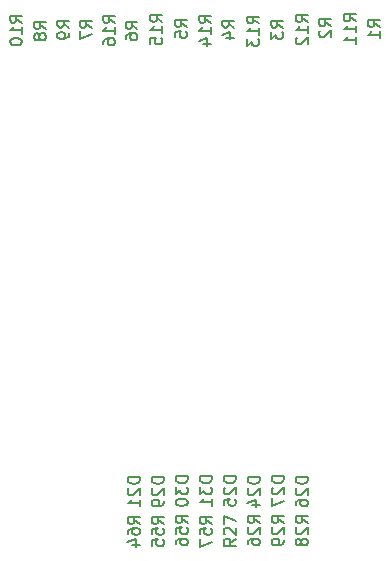
<source format=gbr>
G04 #@! TF.GenerationSoftware,KiCad,Pcbnew,5.99.0-unknown-c3175b4~86~ubuntu16.04.1*
G04 #@! TF.CreationDate,2019-12-02T17:49:07+01:00*
G04 #@! TF.ProjectId,OpenPLC,4f70656e-504c-4432-9e6b-696361645f70,0.01*
G04 #@! TF.SameCoordinates,Original*
G04 #@! TF.FileFunction,Paste,Bot*
G04 #@! TF.FilePolarity,Positive*
%FSLAX46Y46*%
G04 Gerber Fmt 4.6, Leading zero omitted, Abs format (unit mm)*
G04 Created by KiCad (PCBNEW 5.99.0-unknown-c3175b4~86~ubuntu16.04.1) date 2019-12-02 17:49:07*
%MOMM*%
%LPD*%
G04 APERTURE LIST*
%ADD10C,0.150000*%
G04 APERTURE END LIST*
D10*
X182443380Y-117914214D02*
X181443380Y-117914214D01*
X181443380Y-118152309D01*
X181491000Y-118295166D01*
X181586238Y-118390404D01*
X181681476Y-118438023D01*
X181871952Y-118485642D01*
X182014809Y-118485642D01*
X182205285Y-118438023D01*
X182300523Y-118390404D01*
X182395761Y-118295166D01*
X182443380Y-118152309D01*
X182443380Y-117914214D01*
X181443380Y-118818976D02*
X181443380Y-119438023D01*
X181824333Y-119104690D01*
X181824333Y-119247547D01*
X181871952Y-119342785D01*
X181919571Y-119390404D01*
X182014809Y-119438023D01*
X182252904Y-119438023D01*
X182348142Y-119390404D01*
X182395761Y-119342785D01*
X182443380Y-119247547D01*
X182443380Y-118961833D01*
X182395761Y-118866595D01*
X182348142Y-118818976D01*
X182443380Y-120390404D02*
X182443380Y-119818976D01*
X182443380Y-120104690D02*
X181443380Y-120104690D01*
X181586238Y-120009452D01*
X181681476Y-119914214D01*
X181729095Y-119818976D01*
X180411380Y-117911714D02*
X179411380Y-117911714D01*
X179411380Y-118149809D01*
X179459000Y-118292666D01*
X179554238Y-118387904D01*
X179649476Y-118435523D01*
X179839952Y-118483142D01*
X179982809Y-118483142D01*
X180173285Y-118435523D01*
X180268523Y-118387904D01*
X180363761Y-118292666D01*
X180411380Y-118149809D01*
X180411380Y-117911714D01*
X179411380Y-118816476D02*
X179411380Y-119435523D01*
X179792333Y-119102190D01*
X179792333Y-119245047D01*
X179839952Y-119340285D01*
X179887571Y-119387904D01*
X179982809Y-119435523D01*
X180220904Y-119435523D01*
X180316142Y-119387904D01*
X180363761Y-119340285D01*
X180411380Y-119245047D01*
X180411380Y-118959333D01*
X180363761Y-118864095D01*
X180316142Y-118816476D01*
X179411380Y-120054571D02*
X179411380Y-120149809D01*
X179459000Y-120245047D01*
X179506619Y-120292666D01*
X179601857Y-120340285D01*
X179792333Y-120387904D01*
X180030428Y-120387904D01*
X180220904Y-120340285D01*
X180316142Y-120292666D01*
X180363761Y-120245047D01*
X180411380Y-120149809D01*
X180411380Y-120054571D01*
X180363761Y-119959333D01*
X180316142Y-119911714D01*
X180220904Y-119864095D01*
X180030428Y-119816476D01*
X179792333Y-119816476D01*
X179601857Y-119864095D01*
X179506619Y-119911714D01*
X179459000Y-119959333D01*
X179411380Y-120054571D01*
X178379380Y-117977714D02*
X177379380Y-117977714D01*
X177379380Y-118215809D01*
X177427000Y-118358666D01*
X177522238Y-118453904D01*
X177617476Y-118501523D01*
X177807952Y-118549142D01*
X177950809Y-118549142D01*
X178141285Y-118501523D01*
X178236523Y-118453904D01*
X178331761Y-118358666D01*
X178379380Y-118215809D01*
X178379380Y-117977714D01*
X177474619Y-118930095D02*
X177427000Y-118977714D01*
X177379380Y-119072952D01*
X177379380Y-119311047D01*
X177427000Y-119406285D01*
X177474619Y-119453904D01*
X177569857Y-119501523D01*
X177665095Y-119501523D01*
X177807952Y-119453904D01*
X178379380Y-118882476D01*
X178379380Y-119501523D01*
X178379380Y-119977714D02*
X178379380Y-120168190D01*
X178331761Y-120263428D01*
X178284142Y-120311047D01*
X178141285Y-120406285D01*
X177950809Y-120453904D01*
X177569857Y-120453904D01*
X177474619Y-120406285D01*
X177427000Y-120358666D01*
X177379380Y-120263428D01*
X177379380Y-120072952D01*
X177427000Y-119977714D01*
X177474619Y-119930095D01*
X177569857Y-119882476D01*
X177807952Y-119882476D01*
X177903190Y-119930095D01*
X177950809Y-119977714D01*
X177998428Y-120072952D01*
X177998428Y-120263428D01*
X177950809Y-120358666D01*
X177903190Y-120406285D01*
X177807952Y-120453904D01*
X188539380Y-117916714D02*
X187539380Y-117916714D01*
X187539380Y-118154809D01*
X187587000Y-118297666D01*
X187682238Y-118392904D01*
X187777476Y-118440523D01*
X187967952Y-118488142D01*
X188110809Y-118488142D01*
X188301285Y-118440523D01*
X188396523Y-118392904D01*
X188491761Y-118297666D01*
X188539380Y-118154809D01*
X188539380Y-117916714D01*
X187634619Y-118869095D02*
X187587000Y-118916714D01*
X187539380Y-119011952D01*
X187539380Y-119250047D01*
X187587000Y-119345285D01*
X187634619Y-119392904D01*
X187729857Y-119440523D01*
X187825095Y-119440523D01*
X187967952Y-119392904D01*
X188539380Y-118821476D01*
X188539380Y-119440523D01*
X187539380Y-119773857D02*
X187539380Y-120440523D01*
X188539380Y-120011952D01*
X190571380Y-117975214D02*
X189571380Y-117975214D01*
X189571380Y-118213309D01*
X189619000Y-118356166D01*
X189714238Y-118451404D01*
X189809476Y-118499023D01*
X189999952Y-118546642D01*
X190142809Y-118546642D01*
X190333285Y-118499023D01*
X190428523Y-118451404D01*
X190523761Y-118356166D01*
X190571380Y-118213309D01*
X190571380Y-117975214D01*
X189666619Y-118927595D02*
X189619000Y-118975214D01*
X189571380Y-119070452D01*
X189571380Y-119308547D01*
X189619000Y-119403785D01*
X189666619Y-119451404D01*
X189761857Y-119499023D01*
X189857095Y-119499023D01*
X189999952Y-119451404D01*
X190571380Y-118879976D01*
X190571380Y-119499023D01*
X189571380Y-120356166D02*
X189571380Y-120165690D01*
X189619000Y-120070452D01*
X189666619Y-120022833D01*
X189809476Y-119927595D01*
X189999952Y-119879976D01*
X190380904Y-119879976D01*
X190476142Y-119927595D01*
X190523761Y-119975214D01*
X190571380Y-120070452D01*
X190571380Y-120260928D01*
X190523761Y-120356166D01*
X190476142Y-120403785D01*
X190380904Y-120451404D01*
X190142809Y-120451404D01*
X190047571Y-120403785D01*
X189999952Y-120356166D01*
X189952333Y-120260928D01*
X189952333Y-120070452D01*
X189999952Y-119975214D01*
X190047571Y-119927595D01*
X190142809Y-119879976D01*
X184475380Y-117914214D02*
X183475380Y-117914214D01*
X183475380Y-118152309D01*
X183523000Y-118295166D01*
X183618238Y-118390404D01*
X183713476Y-118438023D01*
X183903952Y-118485642D01*
X184046809Y-118485642D01*
X184237285Y-118438023D01*
X184332523Y-118390404D01*
X184427761Y-118295166D01*
X184475380Y-118152309D01*
X184475380Y-117914214D01*
X183570619Y-118866595D02*
X183523000Y-118914214D01*
X183475380Y-119009452D01*
X183475380Y-119247547D01*
X183523000Y-119342785D01*
X183570619Y-119390404D01*
X183665857Y-119438023D01*
X183761095Y-119438023D01*
X183903952Y-119390404D01*
X184475380Y-118818976D01*
X184475380Y-119438023D01*
X183475380Y-120342785D02*
X183475380Y-119866595D01*
X183951571Y-119818976D01*
X183903952Y-119866595D01*
X183856333Y-119961833D01*
X183856333Y-120199928D01*
X183903952Y-120295166D01*
X183951571Y-120342785D01*
X184046809Y-120390404D01*
X184284904Y-120390404D01*
X184380142Y-120342785D01*
X184427761Y-120295166D01*
X184475380Y-120199928D01*
X184475380Y-119961833D01*
X184427761Y-119866595D01*
X184380142Y-119818976D01*
X186507380Y-117977714D02*
X185507380Y-117977714D01*
X185507380Y-118215809D01*
X185555000Y-118358666D01*
X185650238Y-118453904D01*
X185745476Y-118501523D01*
X185935952Y-118549142D01*
X186078809Y-118549142D01*
X186269285Y-118501523D01*
X186364523Y-118453904D01*
X186459761Y-118358666D01*
X186507380Y-118215809D01*
X186507380Y-117977714D01*
X185602619Y-118930095D02*
X185555000Y-118977714D01*
X185507380Y-119072952D01*
X185507380Y-119311047D01*
X185555000Y-119406285D01*
X185602619Y-119453904D01*
X185697857Y-119501523D01*
X185793095Y-119501523D01*
X185935952Y-119453904D01*
X186507380Y-118882476D01*
X186507380Y-119501523D01*
X185840714Y-120358666D02*
X186507380Y-120358666D01*
X185459761Y-120120571D02*
X186174047Y-119882476D01*
X186174047Y-120501523D01*
X176347380Y-117975214D02*
X175347380Y-117975214D01*
X175347380Y-118213309D01*
X175395000Y-118356166D01*
X175490238Y-118451404D01*
X175585476Y-118499023D01*
X175775952Y-118546642D01*
X175918809Y-118546642D01*
X176109285Y-118499023D01*
X176204523Y-118451404D01*
X176299761Y-118356166D01*
X176347380Y-118213309D01*
X176347380Y-117975214D01*
X175442619Y-118927595D02*
X175395000Y-118975214D01*
X175347380Y-119070452D01*
X175347380Y-119308547D01*
X175395000Y-119403785D01*
X175442619Y-119451404D01*
X175537857Y-119499023D01*
X175633095Y-119499023D01*
X175775952Y-119451404D01*
X176347380Y-118879976D01*
X176347380Y-119499023D01*
X176347380Y-120451404D02*
X176347380Y-119879976D01*
X176347380Y-120165690D02*
X175347380Y-120165690D01*
X175490238Y-120070452D01*
X175585476Y-119975214D01*
X175633095Y-119879976D01*
X176347380Y-121914642D02*
X175871190Y-121581309D01*
X176347380Y-121343214D02*
X175347380Y-121343214D01*
X175347380Y-121724166D01*
X175395000Y-121819404D01*
X175442619Y-121867023D01*
X175537857Y-121914642D01*
X175680714Y-121914642D01*
X175775952Y-121867023D01*
X175823571Y-121819404D01*
X175871190Y-121724166D01*
X175871190Y-121343214D01*
X175347380Y-122771785D02*
X175347380Y-122581309D01*
X175395000Y-122486071D01*
X175442619Y-122438452D01*
X175585476Y-122343214D01*
X175775952Y-122295595D01*
X176156904Y-122295595D01*
X176252142Y-122343214D01*
X176299761Y-122390833D01*
X176347380Y-122486071D01*
X176347380Y-122676547D01*
X176299761Y-122771785D01*
X176252142Y-122819404D01*
X176156904Y-122867023D01*
X175918809Y-122867023D01*
X175823571Y-122819404D01*
X175775952Y-122771785D01*
X175728333Y-122676547D01*
X175728333Y-122486071D01*
X175775952Y-122390833D01*
X175823571Y-122343214D01*
X175918809Y-122295595D01*
X175680714Y-123724166D02*
X176347380Y-123724166D01*
X175299761Y-123486071D02*
X176014047Y-123247976D01*
X176014047Y-123867023D01*
X182443380Y-121914642D02*
X181967190Y-121581309D01*
X182443380Y-121343214D02*
X181443380Y-121343214D01*
X181443380Y-121724166D01*
X181491000Y-121819404D01*
X181538619Y-121867023D01*
X181633857Y-121914642D01*
X181776714Y-121914642D01*
X181871952Y-121867023D01*
X181919571Y-121819404D01*
X181967190Y-121724166D01*
X181967190Y-121343214D01*
X181443380Y-122819404D02*
X181443380Y-122343214D01*
X181919571Y-122295595D01*
X181871952Y-122343214D01*
X181824333Y-122438452D01*
X181824333Y-122676547D01*
X181871952Y-122771785D01*
X181919571Y-122819404D01*
X182014809Y-122867023D01*
X182252904Y-122867023D01*
X182348142Y-122819404D01*
X182395761Y-122771785D01*
X182443380Y-122676547D01*
X182443380Y-122438452D01*
X182395761Y-122343214D01*
X182348142Y-122295595D01*
X181443380Y-123200357D02*
X181443380Y-123867023D01*
X182443380Y-123438452D01*
X180411380Y-121851142D02*
X179935190Y-121517809D01*
X180411380Y-121279714D02*
X179411380Y-121279714D01*
X179411380Y-121660666D01*
X179459000Y-121755904D01*
X179506619Y-121803523D01*
X179601857Y-121851142D01*
X179744714Y-121851142D01*
X179839952Y-121803523D01*
X179887571Y-121755904D01*
X179935190Y-121660666D01*
X179935190Y-121279714D01*
X179411380Y-122755904D02*
X179411380Y-122279714D01*
X179887571Y-122232095D01*
X179839952Y-122279714D01*
X179792333Y-122374952D01*
X179792333Y-122613047D01*
X179839952Y-122708285D01*
X179887571Y-122755904D01*
X179982809Y-122803523D01*
X180220904Y-122803523D01*
X180316142Y-122755904D01*
X180363761Y-122708285D01*
X180411380Y-122613047D01*
X180411380Y-122374952D01*
X180363761Y-122279714D01*
X180316142Y-122232095D01*
X179411380Y-123660666D02*
X179411380Y-123470190D01*
X179459000Y-123374952D01*
X179506619Y-123327333D01*
X179649476Y-123232095D01*
X179839952Y-123184476D01*
X180220904Y-123184476D01*
X180316142Y-123232095D01*
X180363761Y-123279714D01*
X180411380Y-123374952D01*
X180411380Y-123565428D01*
X180363761Y-123660666D01*
X180316142Y-123708285D01*
X180220904Y-123755904D01*
X179982809Y-123755904D01*
X179887571Y-123708285D01*
X179839952Y-123660666D01*
X179792333Y-123565428D01*
X179792333Y-123374952D01*
X179839952Y-123279714D01*
X179887571Y-123232095D01*
X179982809Y-123184476D01*
X178379380Y-121914642D02*
X177903190Y-121581309D01*
X178379380Y-121343214D02*
X177379380Y-121343214D01*
X177379380Y-121724166D01*
X177427000Y-121819404D01*
X177474619Y-121867023D01*
X177569857Y-121914642D01*
X177712714Y-121914642D01*
X177807952Y-121867023D01*
X177855571Y-121819404D01*
X177903190Y-121724166D01*
X177903190Y-121343214D01*
X177379380Y-122819404D02*
X177379380Y-122343214D01*
X177855571Y-122295595D01*
X177807952Y-122343214D01*
X177760333Y-122438452D01*
X177760333Y-122676547D01*
X177807952Y-122771785D01*
X177855571Y-122819404D01*
X177950809Y-122867023D01*
X178188904Y-122867023D01*
X178284142Y-122819404D01*
X178331761Y-122771785D01*
X178379380Y-122676547D01*
X178379380Y-122438452D01*
X178331761Y-122343214D01*
X178284142Y-122295595D01*
X177379380Y-123771785D02*
X177379380Y-123295595D01*
X177855571Y-123247976D01*
X177807952Y-123295595D01*
X177760333Y-123390833D01*
X177760333Y-123628928D01*
X177807952Y-123724166D01*
X177855571Y-123771785D01*
X177950809Y-123819404D01*
X178188904Y-123819404D01*
X178284142Y-123771785D01*
X178331761Y-123724166D01*
X178379380Y-123628928D01*
X178379380Y-123390833D01*
X178331761Y-123295595D01*
X178284142Y-123247976D01*
X188539380Y-121851142D02*
X188063190Y-121517809D01*
X188539380Y-121279714D02*
X187539380Y-121279714D01*
X187539380Y-121660666D01*
X187587000Y-121755904D01*
X187634619Y-121803523D01*
X187729857Y-121851142D01*
X187872714Y-121851142D01*
X187967952Y-121803523D01*
X188015571Y-121755904D01*
X188063190Y-121660666D01*
X188063190Y-121279714D01*
X187634619Y-122232095D02*
X187587000Y-122279714D01*
X187539380Y-122374952D01*
X187539380Y-122613047D01*
X187587000Y-122708285D01*
X187634619Y-122755904D01*
X187729857Y-122803523D01*
X187825095Y-122803523D01*
X187967952Y-122755904D01*
X188539380Y-122184476D01*
X188539380Y-122803523D01*
X188539380Y-123279714D02*
X188539380Y-123470190D01*
X188491761Y-123565428D01*
X188444142Y-123613047D01*
X188301285Y-123708285D01*
X188110809Y-123755904D01*
X187729857Y-123755904D01*
X187634619Y-123708285D01*
X187587000Y-123660666D01*
X187539380Y-123565428D01*
X187539380Y-123374952D01*
X187587000Y-123279714D01*
X187634619Y-123232095D01*
X187729857Y-123184476D01*
X187967952Y-123184476D01*
X188063190Y-123232095D01*
X188110809Y-123279714D01*
X188158428Y-123374952D01*
X188158428Y-123565428D01*
X188110809Y-123660666D01*
X188063190Y-123708285D01*
X187967952Y-123755904D01*
X190571380Y-121851142D02*
X190095190Y-121517809D01*
X190571380Y-121279714D02*
X189571380Y-121279714D01*
X189571380Y-121660666D01*
X189619000Y-121755904D01*
X189666619Y-121803523D01*
X189761857Y-121851142D01*
X189904714Y-121851142D01*
X189999952Y-121803523D01*
X190047571Y-121755904D01*
X190095190Y-121660666D01*
X190095190Y-121279714D01*
X189666619Y-122232095D02*
X189619000Y-122279714D01*
X189571380Y-122374952D01*
X189571380Y-122613047D01*
X189619000Y-122708285D01*
X189666619Y-122755904D01*
X189761857Y-122803523D01*
X189857095Y-122803523D01*
X189999952Y-122755904D01*
X190571380Y-122184476D01*
X190571380Y-122803523D01*
X189999952Y-123374952D02*
X189952333Y-123279714D01*
X189904714Y-123232095D01*
X189809476Y-123184476D01*
X189761857Y-123184476D01*
X189666619Y-123232095D01*
X189619000Y-123279714D01*
X189571380Y-123374952D01*
X189571380Y-123565428D01*
X189619000Y-123660666D01*
X189666619Y-123708285D01*
X189761857Y-123755904D01*
X189809476Y-123755904D01*
X189904714Y-123708285D01*
X189952333Y-123660666D01*
X189999952Y-123565428D01*
X189999952Y-123374952D01*
X190047571Y-123279714D01*
X190095190Y-123232095D01*
X190190428Y-123184476D01*
X190380904Y-123184476D01*
X190476142Y-123232095D01*
X190523761Y-123279714D01*
X190571380Y-123374952D01*
X190571380Y-123565428D01*
X190523761Y-123660666D01*
X190476142Y-123708285D01*
X190380904Y-123755904D01*
X190190428Y-123755904D01*
X190095190Y-123708285D01*
X190047571Y-123660666D01*
X189999952Y-123565428D01*
X184475380Y-123197857D02*
X183999190Y-123531190D01*
X184475380Y-123769285D02*
X183475380Y-123769285D01*
X183475380Y-123388333D01*
X183523000Y-123293095D01*
X183570619Y-123245476D01*
X183665857Y-123197857D01*
X183808714Y-123197857D01*
X183903952Y-123245476D01*
X183951571Y-123293095D01*
X183999190Y-123388333D01*
X183999190Y-123769285D01*
X183570619Y-122816904D02*
X183523000Y-122769285D01*
X183475380Y-122674047D01*
X183475380Y-122435952D01*
X183523000Y-122340714D01*
X183570619Y-122293095D01*
X183665857Y-122245476D01*
X183761095Y-122245476D01*
X183903952Y-122293095D01*
X184475380Y-122864523D01*
X184475380Y-122245476D01*
X183475380Y-121912142D02*
X183475380Y-121245476D01*
X184475380Y-121674047D01*
X186507380Y-121851142D02*
X186031190Y-121517809D01*
X186507380Y-121279714D02*
X185507380Y-121279714D01*
X185507380Y-121660666D01*
X185555000Y-121755904D01*
X185602619Y-121803523D01*
X185697857Y-121851142D01*
X185840714Y-121851142D01*
X185935952Y-121803523D01*
X185983571Y-121755904D01*
X186031190Y-121660666D01*
X186031190Y-121279714D01*
X185602619Y-122232095D02*
X185555000Y-122279714D01*
X185507380Y-122374952D01*
X185507380Y-122613047D01*
X185555000Y-122708285D01*
X185602619Y-122755904D01*
X185697857Y-122803523D01*
X185793095Y-122803523D01*
X185935952Y-122755904D01*
X186507380Y-122184476D01*
X186507380Y-122803523D01*
X185507380Y-123660666D02*
X185507380Y-123470190D01*
X185555000Y-123374952D01*
X185602619Y-123327333D01*
X185745476Y-123232095D01*
X185935952Y-123184476D01*
X186316904Y-123184476D01*
X186412142Y-123232095D01*
X186459761Y-123279714D01*
X186507380Y-123374952D01*
X186507380Y-123565428D01*
X186459761Y-123660666D01*
X186412142Y-123708285D01*
X186316904Y-123755904D01*
X186078809Y-123755904D01*
X185983571Y-123708285D01*
X185935952Y-123660666D01*
X185888333Y-123565428D01*
X185888333Y-123374952D01*
X185935952Y-123279714D01*
X185983571Y-123232095D01*
X186078809Y-123184476D01*
X174251880Y-79491642D02*
X173775690Y-79158309D01*
X174251880Y-78920214D02*
X173251880Y-78920214D01*
X173251880Y-79301166D01*
X173299500Y-79396404D01*
X173347119Y-79444023D01*
X173442357Y-79491642D01*
X173585214Y-79491642D01*
X173680452Y-79444023D01*
X173728071Y-79396404D01*
X173775690Y-79301166D01*
X173775690Y-78920214D01*
X174251880Y-80444023D02*
X174251880Y-79872595D01*
X174251880Y-80158309D02*
X173251880Y-80158309D01*
X173394738Y-80063071D01*
X173489976Y-79967833D01*
X173537595Y-79872595D01*
X173251880Y-81301166D02*
X173251880Y-81110690D01*
X173299500Y-81015452D01*
X173347119Y-80967833D01*
X173489976Y-80872595D01*
X173680452Y-80824976D01*
X174061404Y-80824976D01*
X174156642Y-80872595D01*
X174204261Y-80920214D01*
X174251880Y-81015452D01*
X174251880Y-81205928D01*
X174204261Y-81301166D01*
X174156642Y-81348785D01*
X174061404Y-81396404D01*
X173823309Y-81396404D01*
X173728071Y-81348785D01*
X173680452Y-81301166D01*
X173632833Y-81205928D01*
X173632833Y-81015452D01*
X173680452Y-80920214D01*
X173728071Y-80872595D01*
X173823309Y-80824976D01*
X178252380Y-79428142D02*
X177776190Y-79094809D01*
X178252380Y-78856714D02*
X177252380Y-78856714D01*
X177252380Y-79237666D01*
X177300000Y-79332904D01*
X177347619Y-79380523D01*
X177442857Y-79428142D01*
X177585714Y-79428142D01*
X177680952Y-79380523D01*
X177728571Y-79332904D01*
X177776190Y-79237666D01*
X177776190Y-78856714D01*
X178252380Y-80380523D02*
X178252380Y-79809095D01*
X178252380Y-80094809D02*
X177252380Y-80094809D01*
X177395238Y-79999571D01*
X177490476Y-79904333D01*
X177538095Y-79809095D01*
X177252380Y-81285285D02*
X177252380Y-80809095D01*
X177728571Y-80761476D01*
X177680952Y-80809095D01*
X177633333Y-80904333D01*
X177633333Y-81142428D01*
X177680952Y-81237666D01*
X177728571Y-81285285D01*
X177823809Y-81332904D01*
X178061904Y-81332904D01*
X178157142Y-81285285D01*
X178204761Y-81237666D01*
X178252380Y-81142428D01*
X178252380Y-80904333D01*
X178204761Y-80809095D01*
X178157142Y-80761476D01*
X182379880Y-79494142D02*
X181903690Y-79160809D01*
X182379880Y-78922714D02*
X181379880Y-78922714D01*
X181379880Y-79303666D01*
X181427500Y-79398904D01*
X181475119Y-79446523D01*
X181570357Y-79494142D01*
X181713214Y-79494142D01*
X181808452Y-79446523D01*
X181856071Y-79398904D01*
X181903690Y-79303666D01*
X181903690Y-78922714D01*
X182379880Y-80446523D02*
X182379880Y-79875095D01*
X182379880Y-80160809D02*
X181379880Y-80160809D01*
X181522738Y-80065571D01*
X181617976Y-79970333D01*
X181665595Y-79875095D01*
X181713214Y-81303666D02*
X182379880Y-81303666D01*
X181332261Y-81065571D02*
X182046547Y-80827476D01*
X182046547Y-81446523D01*
X186443880Y-79560142D02*
X185967690Y-79226809D01*
X186443880Y-78988714D02*
X185443880Y-78988714D01*
X185443880Y-79369666D01*
X185491500Y-79464904D01*
X185539119Y-79512523D01*
X185634357Y-79560142D01*
X185777214Y-79560142D01*
X185872452Y-79512523D01*
X185920071Y-79464904D01*
X185967690Y-79369666D01*
X185967690Y-78988714D01*
X186443880Y-80512523D02*
X186443880Y-79941095D01*
X186443880Y-80226809D02*
X185443880Y-80226809D01*
X185586738Y-80131571D01*
X185681976Y-80036333D01*
X185729595Y-79941095D01*
X185443880Y-80845857D02*
X185443880Y-81464904D01*
X185824833Y-81131571D01*
X185824833Y-81274428D01*
X185872452Y-81369666D01*
X185920071Y-81417285D01*
X186015309Y-81464904D01*
X186253404Y-81464904D01*
X186348642Y-81417285D01*
X186396261Y-81369666D01*
X186443880Y-81274428D01*
X186443880Y-80988714D01*
X186396261Y-80893476D01*
X186348642Y-80845857D01*
X190571380Y-79428142D02*
X190095190Y-79094809D01*
X190571380Y-78856714D02*
X189571380Y-78856714D01*
X189571380Y-79237666D01*
X189619000Y-79332904D01*
X189666619Y-79380523D01*
X189761857Y-79428142D01*
X189904714Y-79428142D01*
X189999952Y-79380523D01*
X190047571Y-79332904D01*
X190095190Y-79237666D01*
X190095190Y-78856714D01*
X190571380Y-80380523D02*
X190571380Y-79809095D01*
X190571380Y-80094809D02*
X189571380Y-80094809D01*
X189714238Y-79999571D01*
X189809476Y-79904333D01*
X189857095Y-79809095D01*
X189666619Y-80761476D02*
X189619000Y-80809095D01*
X189571380Y-80904333D01*
X189571380Y-81142428D01*
X189619000Y-81237666D01*
X189666619Y-81285285D01*
X189761857Y-81332904D01*
X189857095Y-81332904D01*
X189999952Y-81285285D01*
X190571380Y-80713857D01*
X190571380Y-81332904D01*
X194635380Y-79367142D02*
X194159190Y-79033809D01*
X194635380Y-78795714D02*
X193635380Y-78795714D01*
X193635380Y-79176666D01*
X193683000Y-79271904D01*
X193730619Y-79319523D01*
X193825857Y-79367142D01*
X193968714Y-79367142D01*
X194063952Y-79319523D01*
X194111571Y-79271904D01*
X194159190Y-79176666D01*
X194159190Y-78795714D01*
X194635380Y-80319523D02*
X194635380Y-79748095D01*
X194635380Y-80033809D02*
X193635380Y-80033809D01*
X193778238Y-79938571D01*
X193873476Y-79843333D01*
X193921095Y-79748095D01*
X194635380Y-81271904D02*
X194635380Y-80700476D01*
X194635380Y-80986190D02*
X193635380Y-80986190D01*
X193778238Y-80890952D01*
X193873476Y-80795714D01*
X193921095Y-80700476D01*
X166377880Y-79489142D02*
X165901690Y-79155809D01*
X166377880Y-78917714D02*
X165377880Y-78917714D01*
X165377880Y-79298666D01*
X165425500Y-79393904D01*
X165473119Y-79441523D01*
X165568357Y-79489142D01*
X165711214Y-79489142D01*
X165806452Y-79441523D01*
X165854071Y-79393904D01*
X165901690Y-79298666D01*
X165901690Y-78917714D01*
X166377880Y-80441523D02*
X166377880Y-79870095D01*
X166377880Y-80155809D02*
X165377880Y-80155809D01*
X165520738Y-80060571D01*
X165615976Y-79965333D01*
X165663595Y-79870095D01*
X165377880Y-81060571D02*
X165377880Y-81155809D01*
X165425500Y-81251047D01*
X165473119Y-81298666D01*
X165568357Y-81346285D01*
X165758833Y-81393904D01*
X165996928Y-81393904D01*
X166187404Y-81346285D01*
X166282642Y-81298666D01*
X166330261Y-81251047D01*
X166377880Y-81155809D01*
X166377880Y-81060571D01*
X166330261Y-80965333D01*
X166282642Y-80917714D01*
X166187404Y-80870095D01*
X165996928Y-80822476D01*
X165758833Y-80822476D01*
X165568357Y-80870095D01*
X165473119Y-80917714D01*
X165425500Y-80965333D01*
X165377880Y-81060571D01*
X170378380Y-79904333D02*
X169902190Y-79571000D01*
X170378380Y-79332904D02*
X169378380Y-79332904D01*
X169378380Y-79713857D01*
X169426000Y-79809095D01*
X169473619Y-79856714D01*
X169568857Y-79904333D01*
X169711714Y-79904333D01*
X169806952Y-79856714D01*
X169854571Y-79809095D01*
X169902190Y-79713857D01*
X169902190Y-79332904D01*
X170378380Y-80380523D02*
X170378380Y-80571000D01*
X170330761Y-80666238D01*
X170283142Y-80713857D01*
X170140285Y-80809095D01*
X169949809Y-80856714D01*
X169568857Y-80856714D01*
X169473619Y-80809095D01*
X169426000Y-80761476D01*
X169378380Y-80666238D01*
X169378380Y-80475761D01*
X169426000Y-80380523D01*
X169473619Y-80332904D01*
X169568857Y-80285285D01*
X169806952Y-80285285D01*
X169902190Y-80332904D01*
X169949809Y-80380523D01*
X169997428Y-80475761D01*
X169997428Y-80666238D01*
X169949809Y-80761476D01*
X169902190Y-80809095D01*
X169806952Y-80856714D01*
X168409880Y-80028833D02*
X167933690Y-79695500D01*
X168409880Y-79457404D02*
X167409880Y-79457404D01*
X167409880Y-79838357D01*
X167457500Y-79933595D01*
X167505119Y-79981214D01*
X167600357Y-80028833D01*
X167743214Y-80028833D01*
X167838452Y-79981214D01*
X167886071Y-79933595D01*
X167933690Y-79838357D01*
X167933690Y-79457404D01*
X167838452Y-80600261D02*
X167790833Y-80505023D01*
X167743214Y-80457404D01*
X167647976Y-80409785D01*
X167600357Y-80409785D01*
X167505119Y-80457404D01*
X167457500Y-80505023D01*
X167409880Y-80600261D01*
X167409880Y-80790738D01*
X167457500Y-80885976D01*
X167505119Y-80933595D01*
X167600357Y-80981214D01*
X167647976Y-80981214D01*
X167743214Y-80933595D01*
X167790833Y-80885976D01*
X167838452Y-80790738D01*
X167838452Y-80600261D01*
X167886071Y-80505023D01*
X167933690Y-80457404D01*
X168028928Y-80409785D01*
X168219404Y-80409785D01*
X168314642Y-80457404D01*
X168362261Y-80505023D01*
X168409880Y-80600261D01*
X168409880Y-80790738D01*
X168362261Y-80885976D01*
X168314642Y-80933595D01*
X168219404Y-80981214D01*
X168028928Y-80981214D01*
X167933690Y-80933595D01*
X167886071Y-80885976D01*
X167838452Y-80790738D01*
X172283380Y-79904333D02*
X171807190Y-79571000D01*
X172283380Y-79332904D02*
X171283380Y-79332904D01*
X171283380Y-79713857D01*
X171331000Y-79809095D01*
X171378619Y-79856714D01*
X171473857Y-79904333D01*
X171616714Y-79904333D01*
X171711952Y-79856714D01*
X171759571Y-79809095D01*
X171807190Y-79713857D01*
X171807190Y-79332904D01*
X171283380Y-80237666D02*
X171283380Y-80904333D01*
X172283380Y-80475761D01*
X176156880Y-80028833D02*
X175680690Y-79695500D01*
X176156880Y-79457404D02*
X175156880Y-79457404D01*
X175156880Y-79838357D01*
X175204500Y-79933595D01*
X175252119Y-79981214D01*
X175347357Y-80028833D01*
X175490214Y-80028833D01*
X175585452Y-79981214D01*
X175633071Y-79933595D01*
X175680690Y-79838357D01*
X175680690Y-79457404D01*
X175156880Y-80885976D02*
X175156880Y-80695500D01*
X175204500Y-80600261D01*
X175252119Y-80552642D01*
X175394976Y-80457404D01*
X175585452Y-80409785D01*
X175966404Y-80409785D01*
X176061642Y-80457404D01*
X176109261Y-80505023D01*
X176156880Y-80600261D01*
X176156880Y-80790738D01*
X176109261Y-80885976D01*
X176061642Y-80933595D01*
X175966404Y-80981214D01*
X175728309Y-80981214D01*
X175633071Y-80933595D01*
X175585452Y-80885976D01*
X175537833Y-80790738D01*
X175537833Y-80600261D01*
X175585452Y-80505023D01*
X175633071Y-80457404D01*
X175728309Y-80409785D01*
X180347880Y-79840833D02*
X179871690Y-79507500D01*
X180347880Y-79269404D02*
X179347880Y-79269404D01*
X179347880Y-79650357D01*
X179395500Y-79745595D01*
X179443119Y-79793214D01*
X179538357Y-79840833D01*
X179681214Y-79840833D01*
X179776452Y-79793214D01*
X179824071Y-79745595D01*
X179871690Y-79650357D01*
X179871690Y-79269404D01*
X179347880Y-80745595D02*
X179347880Y-80269404D01*
X179824071Y-80221785D01*
X179776452Y-80269404D01*
X179728833Y-80364642D01*
X179728833Y-80602738D01*
X179776452Y-80697976D01*
X179824071Y-80745595D01*
X179919309Y-80793214D01*
X180157404Y-80793214D01*
X180252642Y-80745595D01*
X180300261Y-80697976D01*
X180347880Y-80602738D01*
X180347880Y-80364642D01*
X180300261Y-80269404D01*
X180252642Y-80221785D01*
X184348380Y-79906833D02*
X183872190Y-79573500D01*
X184348380Y-79335404D02*
X183348380Y-79335404D01*
X183348380Y-79716357D01*
X183396000Y-79811595D01*
X183443619Y-79859214D01*
X183538857Y-79906833D01*
X183681714Y-79906833D01*
X183776952Y-79859214D01*
X183824571Y-79811595D01*
X183872190Y-79716357D01*
X183872190Y-79335404D01*
X183681714Y-80763976D02*
X184348380Y-80763976D01*
X183300761Y-80525880D02*
X184015047Y-80287785D01*
X184015047Y-80906833D01*
X188475880Y-79909333D02*
X187999690Y-79576000D01*
X188475880Y-79337904D02*
X187475880Y-79337904D01*
X187475880Y-79718857D01*
X187523500Y-79814095D01*
X187571119Y-79861714D01*
X187666357Y-79909333D01*
X187809214Y-79909333D01*
X187904452Y-79861714D01*
X187952071Y-79814095D01*
X187999690Y-79718857D01*
X187999690Y-79337904D01*
X187475880Y-80242666D02*
X187475880Y-80861714D01*
X187856833Y-80528380D01*
X187856833Y-80671238D01*
X187904452Y-80766476D01*
X187952071Y-80814095D01*
X188047309Y-80861714D01*
X188285404Y-80861714D01*
X188380642Y-80814095D01*
X188428261Y-80766476D01*
X188475880Y-80671238D01*
X188475880Y-80385523D01*
X188428261Y-80290285D01*
X188380642Y-80242666D01*
X192539880Y-79784833D02*
X192063690Y-79451500D01*
X192539880Y-79213404D02*
X191539880Y-79213404D01*
X191539880Y-79594357D01*
X191587500Y-79689595D01*
X191635119Y-79737214D01*
X191730357Y-79784833D01*
X191873214Y-79784833D01*
X191968452Y-79737214D01*
X192016071Y-79689595D01*
X192063690Y-79594357D01*
X192063690Y-79213404D01*
X191635119Y-80165785D02*
X191587500Y-80213404D01*
X191539880Y-80308642D01*
X191539880Y-80546738D01*
X191587500Y-80641976D01*
X191635119Y-80689595D01*
X191730357Y-80737214D01*
X191825595Y-80737214D01*
X191968452Y-80689595D01*
X192539880Y-80118166D01*
X192539880Y-80737214D01*
X196667380Y-79843333D02*
X196191190Y-79510000D01*
X196667380Y-79271904D02*
X195667380Y-79271904D01*
X195667380Y-79652857D01*
X195715000Y-79748095D01*
X195762619Y-79795714D01*
X195857857Y-79843333D01*
X196000714Y-79843333D01*
X196095952Y-79795714D01*
X196143571Y-79748095D01*
X196191190Y-79652857D01*
X196191190Y-79271904D01*
X196667380Y-80795714D02*
X196667380Y-80224285D01*
X196667380Y-80510000D02*
X195667380Y-80510000D01*
X195810238Y-80414761D01*
X195905476Y-80319523D01*
X195953095Y-80224285D01*
M02*

</source>
